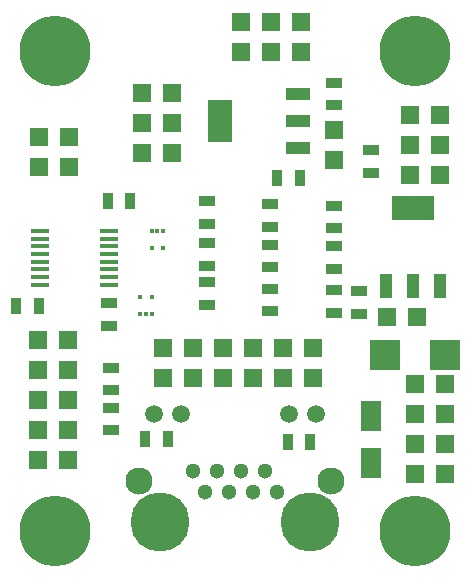
<source format=gbr>
G04 #@! TF.FileFunction,Soldermask,Bot*
%FSLAX46Y46*%
G04 Gerber Fmt 4.6, Leading zero omitted, Abs format (unit mm)*
G04 Created by KiCad (PCBNEW 4.0.1-3.201512221401+6198~38~ubuntu15.10.1-stable) date Út 19. leden 2016, 20:09:19 CET*
%MOMM*%
G01*
G04 APERTURE LIST*
%ADD10C,0.300000*%
%ADD11C,5.000000*%
%ADD12C,2.300000*%
%ADD13C,1.300000*%
%ADD14C,1.500000*%
%ADD15R,1.524000X1.524000*%
%ADD16R,1.397000X0.889000*%
%ADD17R,0.889000X1.397000*%
%ADD18R,1.800860X2.499360*%
%ADD19C,6.000000*%
%ADD20R,3.657600X2.032000*%
%ADD21R,1.016000X2.032000*%
%ADD22R,2.032000X3.657600*%
%ADD23R,2.032000X1.016000*%
%ADD24R,1.500000X0.450000*%
%ADD25R,2.550160X2.499360*%
%ADD26R,0.299720X0.449580*%
G04 APERTURE END LIST*
D10*
D11*
X13970000Y5842000D03*
X26670000Y5842000D03*
D12*
X28450000Y9272000D03*
X12190000Y9272000D03*
D13*
X17780000Y8382000D03*
X19810000Y8382000D03*
X21840000Y8382000D03*
X23870000Y8382000D03*
X16760000Y10162000D03*
X18790000Y10162000D03*
X20820000Y10162000D03*
X22850000Y10162000D03*
D14*
X27180000Y14982000D03*
X24890000Y14982000D03*
X15750000Y14982000D03*
X13460000Y14982000D03*
D15*
X35560000Y17526000D03*
X38100000Y17526000D03*
X35560000Y14986000D03*
X38100000Y14986000D03*
X35560000Y12446000D03*
X38100000Y12446000D03*
X35560000Y9906000D03*
X38100000Y9906000D03*
D16*
X30861000Y25336500D03*
X30861000Y23431500D03*
X31877000Y35369500D03*
X31877000Y37274500D03*
D17*
X25844500Y34925000D03*
X23939500Y34925000D03*
D16*
X28702000Y41084500D03*
X28702000Y42989500D03*
D17*
X3746500Y24130000D03*
X1841500Y24130000D03*
D18*
X31877000Y10828020D03*
X31877000Y14825980D03*
D15*
X14224000Y18034000D03*
X14224000Y20574000D03*
X16764000Y18034000D03*
X16764000Y20574000D03*
X19304000Y18034000D03*
X19304000Y20574000D03*
X21844000Y18034000D03*
X21844000Y20574000D03*
X24384000Y18034000D03*
X24384000Y20574000D03*
X26924000Y18034000D03*
X26924000Y20574000D03*
X35179000Y40259000D03*
X37719000Y40259000D03*
X35179000Y37719000D03*
X37719000Y37719000D03*
X35179000Y35179000D03*
X37719000Y35179000D03*
X28702000Y38989000D03*
X28702000Y36449000D03*
X14986000Y37084000D03*
X14986000Y39624000D03*
X14986000Y42164000D03*
X20828000Y45593000D03*
X20828000Y48133000D03*
X23368000Y45593000D03*
X23368000Y48133000D03*
X25908000Y45593000D03*
X25908000Y48133000D03*
X3746500Y35877500D03*
X6286500Y35877500D03*
X6286500Y38417500D03*
X3746500Y38417500D03*
X6223000Y21209000D03*
X3683000Y21209000D03*
X6223000Y13589000D03*
X3683000Y13589000D03*
X6223000Y16129000D03*
X3683000Y16129000D03*
X6223000Y18669000D03*
X3683000Y18669000D03*
X6223000Y11049000D03*
X3683000Y11049000D03*
D19*
X5080000Y45720000D03*
X35560000Y5080000D03*
X5080000Y5080000D03*
X35560000Y45720000D03*
D17*
X24828500Y12573000D03*
X26733500Y12573000D03*
X14668500Y12827000D03*
X12763500Y12827000D03*
D16*
X17957800Y32956500D03*
X17957800Y31051500D03*
X17945100Y29413200D03*
X17945100Y27508200D03*
X17970500Y26098500D03*
X17970500Y24193500D03*
X23266400Y32727900D03*
X23266400Y30822900D03*
X23266400Y29298900D03*
X23266400Y27393900D03*
X23266400Y25565100D03*
X23266400Y23660100D03*
X28702000Y32600900D03*
X28702000Y30695900D03*
X28702000Y29171900D03*
X28702000Y27266900D03*
X28702000Y25438100D03*
X28702000Y23533100D03*
D17*
X9588500Y32956500D03*
X11493500Y32956500D03*
D16*
X9875520Y16987520D03*
X9875520Y18892520D03*
D20*
X35433000Y32385000D03*
D21*
X35433000Y25781000D03*
X33147000Y25781000D03*
X37719000Y25781000D03*
D22*
X19050000Y39751000D03*
D23*
X25654000Y39751000D03*
X25654000Y37465000D03*
X25654000Y42037000D03*
D24*
X3806400Y25919000D03*
X3806400Y26569000D03*
X3806400Y27219000D03*
X3806400Y27869000D03*
X3806400Y28519000D03*
X3806400Y29169000D03*
X3806400Y29819000D03*
X3806400Y30469000D03*
X9706400Y30469000D03*
X9706400Y29819000D03*
X9706400Y29169000D03*
X9706400Y28519000D03*
X9706400Y27869000D03*
X9706400Y27219000D03*
X9706400Y26569000D03*
X9706400Y25919000D03*
D25*
X38084760Y19939000D03*
X33035240Y19939000D03*
D16*
X9652000Y24320500D03*
X9652000Y22415500D03*
D26*
X13322300Y23464520D03*
X12321540Y23464520D03*
X13322300Y24866600D03*
X12821920Y23464520D03*
X12321540Y24866600D03*
X13279120Y30419040D03*
X14279880Y30419040D03*
X13279120Y29016960D03*
X13779500Y30419040D03*
X14279880Y29016960D03*
D15*
X12446000Y37084000D03*
X12446000Y39624000D03*
X12446000Y42164000D03*
X33210500Y23177500D03*
X35750500Y23177500D03*
D16*
X9842500Y15494000D03*
X9842500Y13589000D03*
M02*

</source>
